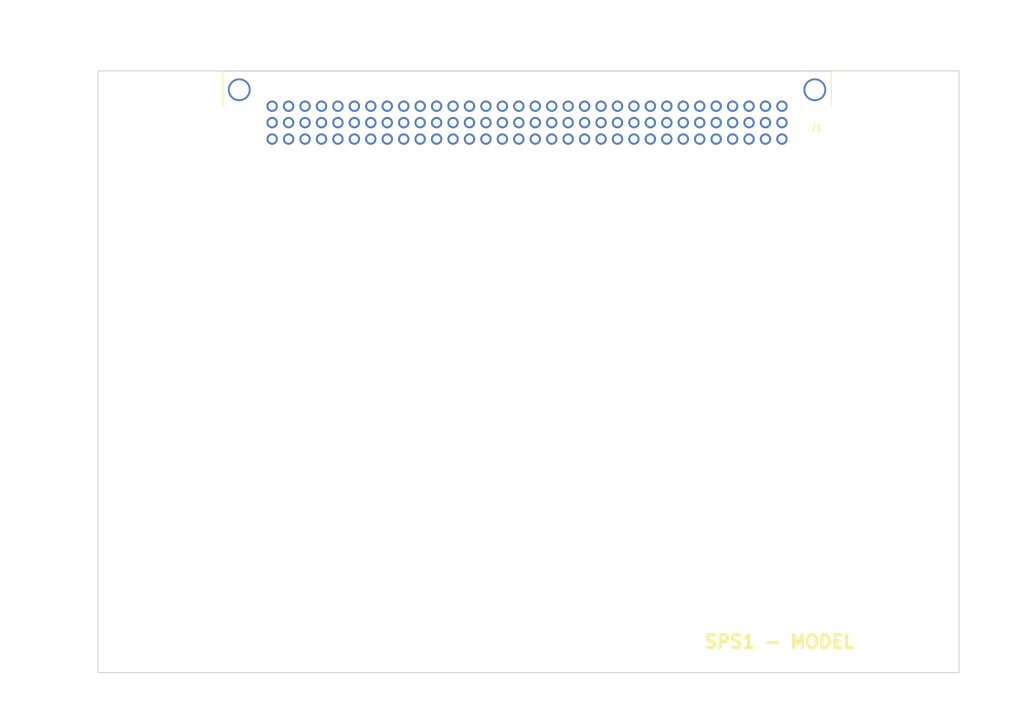
<source format=kicad_pcb>
(kicad_pcb (version 20171130) (host pcbnew "(5.1.4)-1")

  (general
    (thickness 1.6)
    (drawings 18)
    (tracks 0)
    (zones 0)
    (modules 5)
    (nets 96)
  )

  (page A4)
  (title_block
    (title SPS1)
    (date 2020-01-17)
    (rev model)
    (company "Guillaume Guillet")
  )

  (layers
    (0 F.Cu signal)
    (1 In1.Cu power)
    (2 In2.Cu signal)
    (31 B.Cu signal)
    (32 B.Adhes user)
    (33 F.Adhes user)
    (34 B.Paste user)
    (35 F.Paste user)
    (36 B.SilkS user)
    (37 F.SilkS user)
    (38 B.Mask user)
    (39 F.Mask user)
    (40 Dwgs.User user)
    (41 Cmts.User user)
    (42 Eco1.User user)
    (43 Eco2.User user)
    (44 Edge.Cuts user)
    (45 Margin user)
    (46 B.CrtYd user)
    (47 F.CrtYd user)
    (48 B.Fab user)
    (49 F.Fab user)
  )

  (setup
    (last_trace_width 0.18)
    (trace_clearance 0.18)
    (zone_clearance 0.508)
    (zone_45_only no)
    (trace_min 0.18)
    (via_size 0.45)
    (via_drill 0.2)
    (via_min_size 0.45)
    (via_min_drill 0.2)
    (uvia_size 0.45)
    (uvia_drill 0.2)
    (uvias_allowed no)
    (uvia_min_size 0.45)
    (uvia_min_drill 0.2)
    (edge_width 0.15)
    (segment_width 0.2)
    (pcb_text_width 0.3)
    (pcb_text_size 1.5 1.5)
    (mod_edge_width 0.15)
    (mod_text_size 1 1)
    (mod_text_width 0.15)
    (pad_size 1.524 1.524)
    (pad_drill 0.762)
    (pad_to_mask_clearance 0.2)
    (aux_axis_origin 61 31.5)
    (visible_elements 7FFFF7FF)
    (pcbplotparams
      (layerselection 0x010f0_ffffffff)
      (usegerberextensions false)
      (usegerberattributes false)
      (usegerberadvancedattributes false)
      (creategerberjobfile false)
      (excludeedgelayer true)
      (linewidth 0.100000)
      (plotframeref false)
      (viasonmask false)
      (mode 1)
      (useauxorigin true)
      (hpglpennumber 1)
      (hpglpenspeed 20)
      (hpglpendiameter 15.000000)
      (psnegative false)
      (psa4output false)
      (plotreference true)
      (plotvalue true)
      (plotinvisibletext false)
      (padsonsilk false)
      (subtractmaskfromsilk false)
      (outputformat 1)
      (mirror false)
      (drillshape 0)
      (scaleselection 1)
      (outputdirectory "Project_GP8BV4_gerbert/"))
  )

  (net 0 "")
  (net 1 /BJMPSRC_0)
  (net 2 /BJMPSRC_1)
  (net 3 /BJMPSRC_2)
  (net 4 /BJMPSRC_3)
  (net 5 /BJMPSRC_4)
  (net 6 /BJMPSRC_5)
  (net 7 /BJMPSRC_6)
  (net 8 /BJMPSRC_7)
  (net 9 /BJMPSRC_8)
  (net 10 /BJMPSRC_9)
  (net 11 /BJMPSRC_10)
  (net 12 /BJMPSRC_11)
  (net 13 /BJMPSRC_12)
  (net 14 /BJMPSRC_13)
  (net 15 /BJMPSRC_14)
  (net 16 /BJMPSRC_15)
  (net 17 /BJMPSRC_16)
  (net 18 /BJMPSRC_17)
  (net 19 /BJMPSRC_18)
  (net 20 /BJMPSRC_19)
  (net 21 /BJMPSRC_20)
  (net 22 /BJMPSRC_21)
  (net 23 /BJMPSRC_22)
  (net 24 /BJMPSRC_23)
  (net 25 /PROCESSOR_PAUSE)
  (net 26 /SPI_MOSI)
  (net 27 /SPI_MISO)
  (net 28 /SPI_SCLK)
  (net 29 /SPI_CS)
  (net 30 /~SELECTING_RBEXT1)
  (net 31 /~SELECTING_RBEXT2)
  (net 32 +5V)
  (net 33 /BWRITE1_0)
  (net 34 /BWRITE1_1)
  (net 35 /BWRITE1_2)
  (net 36 /BWRITE1_3)
  (net 37 /BWRITE1_4)
  (net 38 /BWRITE1_5)
  (net 39 /BWRITE1_6)
  (net 40 /BWRITE1_7)
  (net 41 /BWRITE2_0)
  (net 42 /BWRITE2_1)
  (net 43 /BWRITE2_2)
  (net 44 /BWRITE2_3)
  (net 45 /BWRITE2_4)
  (net 46 /BWRITE2_5)
  (net 47 /BWRITE2_6)
  (net 48 /BWRITE2_7)
  (net 49 /BREAD1_0)
  (net 50 /BREAD1_1)
  (net 51 /BREAD1_2)
  (net 52 /BREAD1_3)
  (net 53 /BREAD1_4)
  (net 54 /BREAD1_5)
  (net 55 /BREAD1_6)
  (net 56 /BREAD1_7)
  (net 57 /BREAD2_0)
  (net 58 /BREAD2_1)
  (net 59 /BREAD2_2)
  (net 60 /BREAD2_3)
  (net 61 /BREAD2_4)
  (net 62 /BREAD2_5)
  (net 63 /BREAD2_6)
  (net 64 /BREAD2_7)
  (net 65 /NUMBER_0)
  (net 66 /NUMBER_1)
  (net 67 /NUMBER_2)
  (net 68 /NUMBER_3)
  (net 69 /NUMBER_4)
  (net 70 /NUMBER_5)
  (net 71 /NUMBER_6)
  (net 72 /NUMBER_7)
  (net 73 /BDATASRC_0)
  (net 74 /BDATASRC_1)
  (net 75 /BDATASRC_2)
  (net 76 /BDATASRC_3)
  (net 77 /BDATASRC_4)
  (net 78 /BDATASRC_5)
  (net 79 /BDATASRC_6)
  (net 80 /BDATASRC_7)
  (net 81 /ADDSRC_CLK)
  (net 82 /GLOBAL_CLK)
  (net 83 /RESET_CLK)
  (net 84 /JMPSRC_CLK)
  (net 85 /PERIPHERAL_CLK)
  (net 86 /~COUNTER_RESET)
  (net 87 /SYNC_BIT)
  (net 88 /BPCS_0)
  (net 89 /BPCS_1)
  (net 90 /BPCS_2)
  (net 91 /BPCS_3)
  (net 92 /BPCS_4)
  (net 93 /BPCS_5)
  (net 94 +3V3)
  (net 95 GND)

  (net_class Default "Ceci est la Netclass par défaut"
    (clearance 0.18)
    (trace_width 0.18)
    (via_dia 0.45)
    (via_drill 0.2)
    (uvia_dia 0.45)
    (uvia_drill 0.2)
    (add_net +3V3)
    (add_net +5V)
    (add_net /ADDSRC_CLK)
    (add_net /BDATASRC_0)
    (add_net /BDATASRC_1)
    (add_net /BDATASRC_2)
    (add_net /BDATASRC_3)
    (add_net /BDATASRC_4)
    (add_net /BDATASRC_5)
    (add_net /BDATASRC_6)
    (add_net /BDATASRC_7)
    (add_net /BJMPSRC_0)
    (add_net /BJMPSRC_1)
    (add_net /BJMPSRC_10)
    (add_net /BJMPSRC_11)
    (add_net /BJMPSRC_12)
    (add_net /BJMPSRC_13)
    (add_net /BJMPSRC_14)
    (add_net /BJMPSRC_15)
    (add_net /BJMPSRC_16)
    (add_net /BJMPSRC_17)
    (add_net /BJMPSRC_18)
    (add_net /BJMPSRC_19)
    (add_net /BJMPSRC_2)
    (add_net /BJMPSRC_20)
    (add_net /BJMPSRC_21)
    (add_net /BJMPSRC_22)
    (add_net /BJMPSRC_23)
    (add_net /BJMPSRC_3)
    (add_net /BJMPSRC_4)
    (add_net /BJMPSRC_5)
    (add_net /BJMPSRC_6)
    (add_net /BJMPSRC_7)
    (add_net /BJMPSRC_8)
    (add_net /BJMPSRC_9)
    (add_net /BPCS_0)
    (add_net /BPCS_1)
    (add_net /BPCS_2)
    (add_net /BPCS_3)
    (add_net /BPCS_4)
    (add_net /BPCS_5)
    (add_net /BREAD1_0)
    (add_net /BREAD1_1)
    (add_net /BREAD1_2)
    (add_net /BREAD1_3)
    (add_net /BREAD1_4)
    (add_net /BREAD1_5)
    (add_net /BREAD1_6)
    (add_net /BREAD1_7)
    (add_net /BREAD2_0)
    (add_net /BREAD2_1)
    (add_net /BREAD2_2)
    (add_net /BREAD2_3)
    (add_net /BREAD2_4)
    (add_net /BREAD2_5)
    (add_net /BREAD2_6)
    (add_net /BREAD2_7)
    (add_net /BWRITE1_0)
    (add_net /BWRITE1_1)
    (add_net /BWRITE1_2)
    (add_net /BWRITE1_3)
    (add_net /BWRITE1_4)
    (add_net /BWRITE1_5)
    (add_net /BWRITE1_6)
    (add_net /BWRITE1_7)
    (add_net /BWRITE2_0)
    (add_net /BWRITE2_1)
    (add_net /BWRITE2_2)
    (add_net /BWRITE2_3)
    (add_net /BWRITE2_4)
    (add_net /BWRITE2_5)
    (add_net /BWRITE2_6)
    (add_net /BWRITE2_7)
    (add_net /GLOBAL_CLK)
    (add_net /JMPSRC_CLK)
    (add_net /NUMBER_0)
    (add_net /NUMBER_1)
    (add_net /NUMBER_2)
    (add_net /NUMBER_3)
    (add_net /NUMBER_4)
    (add_net /NUMBER_5)
    (add_net /NUMBER_6)
    (add_net /NUMBER_7)
    (add_net /PERIPHERAL_CLK)
    (add_net /PROCESSOR_PAUSE)
    (add_net /RESET_CLK)
    (add_net /SPI_CS)
    (add_net /SPI_MISO)
    (add_net /SPI_MOSI)
    (add_net /SPI_SCLK)
    (add_net /SYNC_BIT)
    (add_net /~COUNTER_RESET)
    (add_net /~SELECTING_RBEXT1)
    (add_net /~SELECTING_RBEXT2)
    (add_net GND)
  )

  (net_class Volt ""
    (clearance 0.2)
    (trace_width 0.25)
    (via_dia 0.55)
    (via_drill 0.3)
    (uvia_dia 0.55)
    (uvia_drill 0.3)
  )

  (module Eurocard_5536475-1:Eurocard_5536475-1 (layer F.Cu) (tedit 5E21EF33) (tstamp 5E224C7F)
    (at 126 39.5)
    (path /5C9A234B)
    (fp_text reference J1 (at 45.98 0.82) (layer F.SilkS)
      (effects (font (size 1 1) (thickness 0.15)))
    )
    (fp_text value TE_Eurocard_96pole (at 36.92 5.57) (layer F.Fab)
      (effects (font (size 1 1) (thickness 0.15)))
    )
    (fp_line (start -38.1 -7.95) (end 40.64 -7.95) (layer F.SilkS) (width 0.15))
    (fp_line (start 40.64 -7.95) (end 45.72 -7.95) (layer F.SilkS) (width 0.15))
    (fp_line (start -43.18 -7.95) (end -38.1 -7.95) (layer F.SilkS) (width 0.15))
    (fp_line (start 48.27 -7.95) (end 48.27 -2.58) (layer F.SilkS) (width 0.15))
    (fp_line (start 45.72 -7.95) (end 48.27 -7.95) (layer F.SilkS) (width 0.15))
    (fp_line (start -45.72 -7.95) (end -43.17 -7.95) (layer F.SilkS) (width 0.15))
    (fp_line (start -45.72 -7.95) (end -45.72 -2.58) (layer F.SilkS) (width 0.15))
    (pad "" np_thru_hole circle (at -43.18 -5.08 90) (size 3.5 3.5) (drill 2.94) (layers *.Cu *.Mask))
    (pad "" np_thru_hole circle (at 45.72 -5.08 90) (size 3.5 3.5) (drill 2.94) (layers *.Cu *.Mask))
    (pad c32 thru_hole circle (at 40.64 2.54 90) (size 1.75 1.75) (drill 1.15) (layers *.Cu *.Mask)
      (net 95 GND))
    (pad c31 thru_hole circle (at 38.1 2.54 90) (size 1.75 1.75) (drill 1.15) (layers *.Cu *.Mask)
      (net 32 +5V))
    (pad c30 thru_hole circle (at 35.56 2.54 90) (size 1.75 1.75) (drill 1.15) (layers *.Cu *.Mask)
      (net 94 +3V3))
    (pad c29 thru_hole circle (at 33.02 2.54 90) (size 1.75 1.75) (drill 1.15) (layers *.Cu *.Mask)
      (net 93 /BPCS_5))
    (pad c28 thru_hole circle (at 30.48 2.54 90) (size 1.75 1.75) (drill 1.15) (layers *.Cu *.Mask)
      (net 92 /BPCS_4))
    (pad c27 thru_hole circle (at 27.94 2.54 90) (size 1.75 1.75) (drill 1.15) (layers *.Cu *.Mask)
      (net 91 /BPCS_3))
    (pad c26 thru_hole circle (at 25.4 2.54 90) (size 1.75 1.75) (drill 1.15) (layers *.Cu *.Mask)
      (net 90 /BPCS_2))
    (pad c25 thru_hole circle (at 22.86 2.54 90) (size 1.75 1.75) (drill 1.15) (layers *.Cu *.Mask)
      (net 89 /BPCS_1))
    (pad c24 thru_hole circle (at 20.32 2.54 90) (size 1.75 1.75) (drill 1.15) (layers *.Cu *.Mask)
      (net 88 /BPCS_0))
    (pad c23 thru_hole circle (at 17.78 2.54 90) (size 1.75 1.75) (drill 1.15) (layers *.Cu *.Mask)
      (net 87 /SYNC_BIT))
    (pad c22 thru_hole circle (at 15.24 2.54 90) (size 1.75 1.75) (drill 1.15) (layers *.Cu *.Mask)
      (net 86 /~COUNTER_RESET))
    (pad c21 thru_hole circle (at 12.7 2.54 90) (size 1.75 1.75) (drill 1.15) (layers *.Cu *.Mask)
      (net 85 /PERIPHERAL_CLK))
    (pad c20 thru_hole circle (at 10.16 2.54 90) (size 1.75 1.75) (drill 1.15) (layers *.Cu *.Mask)
      (net 84 /JMPSRC_CLK))
    (pad c19 thru_hole circle (at 7.62 2.54 90) (size 1.75 1.75) (drill 1.15) (layers *.Cu *.Mask)
      (net 83 /RESET_CLK))
    (pad c18 thru_hole circle (at 5.08 2.54 90) (size 1.75 1.75) (drill 1.15) (layers *.Cu *.Mask)
      (net 82 /GLOBAL_CLK))
    (pad c17 thru_hole circle (at 2.54 2.54 90) (size 1.75 1.75) (drill 1.15) (layers *.Cu *.Mask)
      (net 81 /ADDSRC_CLK))
    (pad c16 thru_hole circle (at 0 2.54 90) (size 1.75 1.75) (drill 1.15) (layers *.Cu *.Mask)
      (net 80 /BDATASRC_7))
    (pad c15 thru_hole circle (at -2.54 2.54 90) (size 1.75 1.75) (drill 1.15) (layers *.Cu *.Mask)
      (net 79 /BDATASRC_6))
    (pad c14 thru_hole circle (at -5.08 2.54 90) (size 1.75 1.75) (drill 1.15) (layers *.Cu *.Mask)
      (net 78 /BDATASRC_5))
    (pad c13 thru_hole circle (at -7.62 2.54 90) (size 1.75 1.75) (drill 1.15) (layers *.Cu *.Mask)
      (net 77 /BDATASRC_4))
    (pad c12 thru_hole circle (at -10.16 2.54 90) (size 1.75 1.75) (drill 1.15) (layers *.Cu *.Mask)
      (net 76 /BDATASRC_3))
    (pad c11 thru_hole circle (at -12.7 2.54 90) (size 1.75 1.75) (drill 1.15) (layers *.Cu *.Mask)
      (net 75 /BDATASRC_2))
    (pad c10 thru_hole circle (at -15.24 2.54 90) (size 1.75 1.75) (drill 1.15) (layers *.Cu *.Mask)
      (net 74 /BDATASRC_1))
    (pad c9 thru_hole circle (at -17.78 2.54 90) (size 1.75 1.75) (drill 1.15) (layers *.Cu *.Mask)
      (net 73 /BDATASRC_0))
    (pad c8 thru_hole circle (at -20.32 2.54 90) (size 1.75 1.75) (drill 1.15) (layers *.Cu *.Mask)
      (net 72 /NUMBER_7))
    (pad c7 thru_hole circle (at -22.86 2.54 90) (size 1.75 1.75) (drill 1.15) (layers *.Cu *.Mask)
      (net 71 /NUMBER_6))
    (pad c6 thru_hole circle (at -25.4 2.54 90) (size 1.75 1.75) (drill 1.15) (layers *.Cu *.Mask)
      (net 70 /NUMBER_5))
    (pad c5 thru_hole circle (at -27.94 2.54 90) (size 1.75 1.75) (drill 1.15) (layers *.Cu *.Mask)
      (net 69 /NUMBER_4))
    (pad c4 thru_hole circle (at -30.48 2.54 90) (size 1.75 1.75) (drill 1.15) (layers *.Cu *.Mask)
      (net 68 /NUMBER_3))
    (pad c3 thru_hole circle (at -33.02 2.54 90) (size 1.75 1.75) (drill 1.15) (layers *.Cu *.Mask)
      (net 67 /NUMBER_2))
    (pad c2 thru_hole circle (at -35.56 2.54 90) (size 1.75 1.75) (drill 1.15) (layers *.Cu *.Mask)
      (net 66 /NUMBER_1))
    (pad c1 thru_hole circle (at -38.1 2.54 90) (size 1.75 1.75) (drill 1.15) (layers *.Cu *.Mask)
      (net 65 /NUMBER_0))
    (pad b32 thru_hole circle (at 40.64 0 90) (size 1.75 1.75) (drill 1.15) (layers *.Cu *.Mask)
      (net 64 /BREAD2_7))
    (pad b31 thru_hole circle (at 38.1 0 90) (size 1.75 1.75) (drill 1.15) (layers *.Cu *.Mask)
      (net 63 /BREAD2_6))
    (pad b30 thru_hole circle (at 35.56 0 90) (size 1.75 1.75) (drill 1.15) (layers *.Cu *.Mask)
      (net 62 /BREAD2_5))
    (pad b29 thru_hole circle (at 33.02 0 90) (size 1.75 1.75) (drill 1.15) (layers *.Cu *.Mask)
      (net 61 /BREAD2_4))
    (pad b28 thru_hole circle (at 30.48 0 90) (size 1.75 1.75) (drill 1.15) (layers *.Cu *.Mask)
      (net 60 /BREAD2_3))
    (pad b27 thru_hole circle (at 27.94 0 90) (size 1.75 1.75) (drill 1.15) (layers *.Cu *.Mask)
      (net 59 /BREAD2_2))
    (pad b26 thru_hole circle (at 25.4 0 90) (size 1.75 1.75) (drill 1.15) (layers *.Cu *.Mask)
      (net 58 /BREAD2_1))
    (pad b25 thru_hole circle (at 22.86 0 90) (size 1.75 1.75) (drill 1.15) (layers *.Cu *.Mask)
      (net 57 /BREAD2_0))
    (pad b24 thru_hole circle (at 20.32 0 90) (size 1.75 1.75) (drill 1.15) (layers *.Cu *.Mask)
      (net 56 /BREAD1_7))
    (pad b23 thru_hole circle (at 17.78 0 90) (size 1.75 1.75) (drill 1.15) (layers *.Cu *.Mask)
      (net 55 /BREAD1_6))
    (pad b22 thru_hole circle (at 15.24 0 90) (size 1.75 1.75) (drill 1.15) (layers *.Cu *.Mask)
      (net 54 /BREAD1_5))
    (pad b21 thru_hole circle (at 12.7 0 90) (size 1.75 1.75) (drill 1.15) (layers *.Cu *.Mask)
      (net 53 /BREAD1_4))
    (pad b20 thru_hole circle (at 10.16 0 90) (size 1.75 1.75) (drill 1.15) (layers *.Cu *.Mask)
      (net 52 /BREAD1_3))
    (pad b19 thru_hole circle (at 7.62 0 90) (size 1.75 1.75) (drill 1.15) (layers *.Cu *.Mask)
      (net 51 /BREAD1_2))
    (pad b18 thru_hole circle (at 5.08 0 90) (size 1.75 1.75) (drill 1.15) (layers *.Cu *.Mask)
      (net 50 /BREAD1_1))
    (pad b17 thru_hole circle (at 2.54 0 90) (size 1.75 1.75) (drill 1.15) (layers *.Cu *.Mask)
      (net 49 /BREAD1_0))
    (pad b16 thru_hole circle (at 0 0 90) (size 1.75 1.75) (drill 1.15) (layers *.Cu *.Mask)
      (net 48 /BWRITE2_7))
    (pad b15 thru_hole circle (at -2.54 0 90) (size 1.75 1.75) (drill 1.15) (layers *.Cu *.Mask)
      (net 47 /BWRITE2_6))
    (pad b14 thru_hole circle (at -5.08 0 90) (size 1.75 1.75) (drill 1.15) (layers *.Cu *.Mask)
      (net 46 /BWRITE2_5))
    (pad b13 thru_hole circle (at -7.62 0 90) (size 1.75 1.75) (drill 1.15) (layers *.Cu *.Mask)
      (net 45 /BWRITE2_4))
    (pad b12 thru_hole circle (at -10.16 0 90) (size 1.75 1.75) (drill 1.15) (layers *.Cu *.Mask)
      (net 44 /BWRITE2_3))
    (pad b11 thru_hole circle (at -12.7 0 90) (size 1.75 1.75) (drill 1.15) (layers *.Cu *.Mask)
      (net 43 /BWRITE2_2))
    (pad b10 thru_hole circle (at -15.24 0 90) (size 1.75 1.75) (drill 1.15) (layers *.Cu *.Mask)
      (net 42 /BWRITE2_1))
    (pad b9 thru_hole circle (at -17.78 0 90) (size 1.75 1.75) (drill 1.15) (layers *.Cu *.Mask)
      (net 41 /BWRITE2_0))
    (pad b8 thru_hole circle (at -20.32 0 90) (size 1.75 1.75) (drill 1.15) (layers *.Cu *.Mask)
      (net 40 /BWRITE1_7))
    (pad b7 thru_hole circle (at -22.86 0 90) (size 1.75 1.75) (drill 1.15) (layers *.Cu *.Mask)
      (net 39 /BWRITE1_6))
    (pad b6 thru_hole circle (at -25.4 0 90) (size 1.75 1.75) (drill 1.15) (layers *.Cu *.Mask)
      (net 38 /BWRITE1_5))
    (pad b5 thru_hole circle (at -27.94 0 90) (size 1.75 1.75) (drill 1.15) (layers *.Cu *.Mask)
      (net 37 /BWRITE1_4))
    (pad b4 thru_hole circle (at -30.48 0 90) (size 1.75 1.75) (drill 1.15) (layers *.Cu *.Mask)
      (net 36 /BWRITE1_3))
    (pad b3 thru_hole circle (at -33.02 0 90) (size 1.75 1.75) (drill 1.15) (layers *.Cu *.Mask)
      (net 35 /BWRITE1_2))
    (pad b2 thru_hole circle (at -35.56 0 90) (size 1.75 1.75) (drill 1.15) (layers *.Cu *.Mask)
      (net 34 /BWRITE1_1))
    (pad b1 thru_hole circle (at -38.1 0 90) (size 1.75 1.75) (drill 1.15) (layers *.Cu *.Mask)
      (net 33 /BWRITE1_0))
    (pad a32 thru_hole circle (at 40.64 -2.54 90) (size 1.75 1.75) (drill 1.15) (layers *.Cu *.Mask)
      (net 32 +5V))
    (pad a31 thru_hole circle (at 38.1 -2.54 90) (size 1.75 1.75) (drill 1.15) (layers *.Cu *.Mask)
      (net 31 /~SELECTING_RBEXT2))
    (pad a30 thru_hole circle (at 35.56 -2.54 90) (size 1.75 1.75) (drill 1.15) (layers *.Cu *.Mask)
      (net 30 /~SELECTING_RBEXT1))
    (pad a29 thru_hole circle (at 33.02 -2.54 90) (size 1.75 1.75) (drill 1.15) (layers *.Cu *.Mask)
      (net 29 /SPI_CS))
    (pad a28 thru_hole circle (at 30.48 -2.54 90) (size 1.75 1.75) (drill 1.15) (layers *.Cu *.Mask)
      (net 28 /SPI_SCLK))
    (pad a27 thru_hole circle (at 27.94 -2.54 90) (size 1.75 1.75) (drill 1.15) (layers *.Cu *.Mask)
      (net 27 /SPI_MISO))
    (pad a26 thru_hole circle (at 25.4 -2.54 90) (size 1.75 1.75) (drill 1.15) (layers *.Cu *.Mask)
      (net 26 /SPI_MOSI))
    (pad a25 thru_hole circle (at 22.86 -2.54 90) (size 1.75 1.75) (drill 1.15) (layers *.Cu *.Mask)
      (net 25 /PROCESSOR_PAUSE))
    (pad a24 thru_hole circle (at 20.32 -2.54 90) (size 1.75 1.75) (drill 1.15) (layers *.Cu *.Mask)
      (net 24 /BJMPSRC_23))
    (pad a23 thru_hole circle (at 17.78 -2.54 90) (size 1.75 1.75) (drill 1.15) (layers *.Cu *.Mask)
      (net 23 /BJMPSRC_22))
    (pad a22 thru_hole circle (at 15.24 -2.54 90) (size 1.75 1.75) (drill 1.15) (layers *.Cu *.Mask)
      (net 22 /BJMPSRC_21))
    (pad a21 thru_hole circle (at 12.7 -2.54 90) (size 1.75 1.75) (drill 1.15) (layers *.Cu *.Mask)
      (net 21 /BJMPSRC_20))
    (pad a20 thru_hole circle (at 10.16 -2.54 90) (size 1.75 1.75) (drill 1.15) (layers *.Cu *.Mask)
      (net 20 /BJMPSRC_19))
    (pad a19 thru_hole circle (at 7.62 -2.54 90) (size 1.75 1.75) (drill 1.15) (layers *.Cu *.Mask)
      (net 19 /BJMPSRC_18))
    (pad a18 thru_hole circle (at 5.08 -2.54 90) (size 1.75 1.75) (drill 1.15) (layers *.Cu *.Mask)
      (net 18 /BJMPSRC_17))
    (pad a17 thru_hole circle (at 2.54 -2.54 90) (size 1.75 1.75) (drill 1.15) (layers *.Cu *.Mask)
      (net 17 /BJMPSRC_16))
    (pad a16 thru_hole circle (at 0 -2.54 90) (size 1.75 1.75) (drill 1.15) (layers *.Cu *.Mask)
      (net 16 /BJMPSRC_15))
    (pad a15 thru_hole circle (at -2.54 -2.54 90) (size 1.75 1.75) (drill 1.15) (layers *.Cu *.Mask)
      (net 15 /BJMPSRC_14))
    (pad a14 thru_hole circle (at -5.08 -2.54 90) (size 1.75 1.75) (drill 1.15) (layers *.Cu *.Mask)
      (net 14 /BJMPSRC_13))
    (pad a13 thru_hole circle (at -7.62 -2.54 90) (size 1.75 1.75) (drill 1.15) (layers *.Cu *.Mask)
      (net 13 /BJMPSRC_12))
    (pad a12 thru_hole circle (at -10.16 -2.54 90) (size 1.75 1.75) (drill 1.15) (layers *.Cu *.Mask)
      (net 12 /BJMPSRC_11))
    (pad a11 thru_hole circle (at -12.7 -2.54 90) (size 1.75 1.75) (drill 1.15) (layers *.Cu *.Mask)
      (net 11 /BJMPSRC_10))
    (pad a10 thru_hole circle (at -15.24 -2.54 90) (size 1.75 1.75) (drill 1.15) (layers *.Cu *.Mask)
      (net 10 /BJMPSRC_9))
    (pad a9 thru_hole circle (at -17.78 -2.54 90) (size 1.75 1.75) (drill 1.15) (layers *.Cu *.Mask)
      (net 9 /BJMPSRC_8))
    (pad a8 thru_hole circle (at -20.32 -2.54 90) (size 1.75 1.75) (drill 1.15) (layers *.Cu *.Mask)
      (net 8 /BJMPSRC_7))
    (pad a7 thru_hole circle (at -22.86 -2.54 90) (size 1.75 1.75) (drill 1.15) (layers *.Cu *.Mask)
      (net 7 /BJMPSRC_6))
    (pad a6 thru_hole circle (at -25.4 -2.54 90) (size 1.75 1.75) (drill 1.15) (layers *.Cu *.Mask)
      (net 6 /BJMPSRC_5))
    (pad a5 thru_hole circle (at -27.94 -2.54 90) (size 1.75 1.75) (drill 1.15) (layers *.Cu *.Mask)
      (net 5 /BJMPSRC_4))
    (pad a4 thru_hole circle (at -30.48 -2.54 90) (size 1.75 1.75) (drill 1.15) (layers *.Cu *.Mask)
      (net 4 /BJMPSRC_3))
    (pad a3 thru_hole circle (at -33.02 -2.54 90) (size 1.75 1.75) (drill 1.15) (layers *.Cu *.Mask)
      (net 3 /BJMPSRC_2))
    (pad a2 thru_hole circle (at -35.56 -2.54 90) (size 1.75 1.75) (drill 1.15) (layers *.Cu *.Mask)
      (net 2 /BJMPSRC_1))
    (pad a1 thru_hole circle (at -38.1 -2.54 90) (size 1.75 1.75) (drill 1.15) (layers *.Cu *.Mask)
      (net 1 /BJMPSRC_0))
    (model ${KIPRJMOD}/libraries/3D/5650473-5.stp
      (offset (xyz 1.25 15.25 4))
      (scale (xyz 1 1 1))
      (rotate (xyz -90 0 180))
    )
  )

  (module hole_3mm:Hole_3mm locked (layer F.Cu) (tedit 5B85B602) (tstamp 5B85B646)
    (at 66 36.5)
    (fp_text reference HOLE1 (at 1.8 3.4) (layer Eco2.User)
      (effects (font (size 1 1) (thickness 0.15)))
    )
    (fp_text value Hole_3mm (at 4 -2.8) (layer F.Fab) hide
      (effects (font (size 1 1) (thickness 0.15)))
    )
    (pad "" np_thru_hole circle (at 0 0) (size 3 3) (drill 3) (layers *.Cu *.Mask))
  )

  (module hole_3mm:Hole_3mm locked (layer F.Cu) (tedit 5B85B618) (tstamp 5B85B648)
    (at 189 36.5)
    (fp_text reference HOLE2 (at 1.8 3.4) (layer Eco2.User)
      (effects (font (size 1 1) (thickness 0.15)))
    )
    (fp_text value Hole_3mm (at 1 -2.8) (layer F.Fab) hide
      (effects (font (size 1 1) (thickness 0.15)))
    )
    (pad "" np_thru_hole circle (at 0 0) (size 3 3) (drill 3) (layers *.Cu *.Mask))
  )

  (module hole_3mm:Hole_3mm locked (layer F.Cu) (tedit 5B85B60F) (tstamp 5B85B649)
    (at 189 119.5)
    (fp_text reference HOLE3 (at -3.5 3) (layer Eco2.User)
      (effects (font (size 1 1) (thickness 0.15)))
    )
    (fp_text value Hole_3mm (at 1 -2.8) (layer F.Fab) hide
      (effects (font (size 1 1) (thickness 0.15)))
    )
    (pad "" np_thru_hole circle (at 0 0) (size 3 3) (drill 3) (layers *.Cu *.Mask))
  )

  (module hole_3mm:Hole_3mm locked (layer F.Cu) (tedit 5B85B607) (tstamp 5B85B64A)
    (at 66 119.5)
    (fp_text reference HOLE4 (at 3 2.5) (layer Eco2.User)
      (effects (font (size 1 1) (thickness 0.15)))
    )
    (fp_text value Hole_3mm (at 2.5 -2.8) (layer F.Fab) hide
      (effects (font (size 1 1) (thickness 0.15)))
    )
    (pad "" np_thru_hole circle (at 0 0) (size 3 3) (drill 3) (layers *.Cu *.Mask))
  )

  (dimension 2.85 (width 0.15) (layer Eco2.User) (tstamp 5E22462A)
    (gr_text "2.850 mm" (at 77.5 32.975 90) (layer Eco2.User) (tstamp 5E22462A)
      (effects (font (size 1 1) (thickness 0.15)))
    )
    (feature1 (pts (xy 82.8 31.55) (xy 78.213579 31.55)))
    (feature2 (pts (xy 82.8 34.4) (xy 78.213579 34.4)))
    (crossbar (pts (xy 78.8 34.4) (xy 78.8 31.55)))
    (arrow1a (pts (xy 78.8 31.55) (xy 79.386421 32.676504)))
    (arrow1b (pts (xy 78.8 31.55) (xy 78.213579 32.676504)))
    (arrow2a (pts (xy 78.8 34.4) (xy 79.386421 33.273496)))
    (arrow2b (pts (xy 78.8 34.4) (xy 78.213579 33.273496)))
  )
  (dimension 21.8 (width 0.15) (layer Eco2.User)
    (gr_text "21.800 mm" (at 71.9 50.1) (layer Eco2.User)
      (effects (font (size 1 1) (thickness 0.15)))
    )
    (feature1 (pts (xy 61 34.4) (xy 61 49.386421)))
    (feature2 (pts (xy 82.8 34.4) (xy 82.8 49.386421)))
    (crossbar (pts (xy 82.8 48.8) (xy 61 48.8)))
    (arrow1a (pts (xy 61 48.8) (xy 62.126504 48.213579)))
    (arrow1b (pts (xy 61 48.8) (xy 62.126504 49.386421)))
    (arrow2a (pts (xy 82.8 48.8) (xy 81.673496 48.213579)))
    (arrow2b (pts (xy 82.8 48.8) (xy 81.673496 49.386421)))
  )
  (dimension 83 (width 0.3) (layer Eco2.User)
    (gr_text "83.000 mm" (at 201.35 78 270) (layer Eco2.User)
      (effects (font (size 1.5 1.5) (thickness 0.3)))
    )
    (feature1 (pts (xy 189 119.5) (xy 202.7 119.5)))
    (feature2 (pts (xy 189 36.5) (xy 202.7 36.5)))
    (crossbar (pts (xy 200 36.5) (xy 200 119.5)))
    (arrow1a (pts (xy 200 119.5) (xy 199.413579 118.373496)))
    (arrow1b (pts (xy 200 119.5) (xy 200.586421 118.373496)))
    (arrow2a (pts (xy 200 36.5) (xy 199.413579 37.626504)))
    (arrow2b (pts (xy 200 36.5) (xy 200.586421 37.626504)))
  )
  (dimension 5 (width 0.3) (layer Eco2.User)
    (gr_text "5.000 mm" (at 72 27) (layer Eco2.User)
      (effects (font (size 1.5 1.5) (thickness 0.3)))
    )
    (feature1 (pts (xy 61 36.5) (xy 61 22.8)))
    (feature2 (pts (xy 66 36.5) (xy 66 22.8)))
    (crossbar (pts (xy 66 25.5) (xy 61 25.5)))
    (arrow1a (pts (xy 61 25.5) (xy 62.126504 24.913579)))
    (arrow1b (pts (xy 61 25.5) (xy 62.126504 26.086421)))
    (arrow2a (pts (xy 66 25.5) (xy 64.873496 24.913579)))
    (arrow2b (pts (xy 66 25.5) (xy 64.873496 26.086421)))
  )
  (dimension 5 (width 0.3) (layer Eco2.User)
    (gr_text "5.000 mm" (at 63.5 134.5) (layer Eco2.User)
      (effects (font (size 1.5 1.5) (thickness 0.3)))
    )
    (feature1 (pts (xy 61 119.5) (xy 61 133.2)))
    (feature2 (pts (xy 66 119.5) (xy 66 133.2)))
    (crossbar (pts (xy 66 130.5) (xy 61 130.5)))
    (arrow1a (pts (xy 61 130.5) (xy 62.126504 129.913579)))
    (arrow1b (pts (xy 61 130.5) (xy 62.126504 131.086421)))
    (arrow2a (pts (xy 66 130.5) (xy 64.873496 129.913579)))
    (arrow2b (pts (xy 66 130.5) (xy 64.873496 131.086421)))
  )
  (dimension 5 (width 0.3) (layer Eco2.User)
    (gr_text "5.000 mm" (at 204 122 270) (layer Eco2.User)
      (effects (font (size 1.5 1.5) (thickness 0.3)))
    )
    (feature1 (pts (xy 189 124.5) (xy 202.7 124.5)))
    (feature2 (pts (xy 189 119.5) (xy 202.7 119.5)))
    (crossbar (pts (xy 200 119.5) (xy 200 124.5)))
    (arrow1a (pts (xy 200 124.5) (xy 199.413579 123.373496)))
    (arrow1b (pts (xy 200 124.5) (xy 200.586421 123.373496)))
    (arrow2a (pts (xy 200 119.5) (xy 199.413579 120.626504)))
    (arrow2b (pts (xy 200 119.5) (xy 200.586421 120.626504)))
  )
  (dimension 5 (width 0.3) (layer Eco2.User)
    (gr_text "5.000 mm" (at 204 32 90) (layer Eco2.User)
      (effects (font (size 1.5 1.5) (thickness 0.3)))
    )
    (feature1 (pts (xy 189 31.5) (xy 202.7 31.5)))
    (feature2 (pts (xy 189 36.5) (xy 202.7 36.5)))
    (crossbar (pts (xy 200 36.5) (xy 200 31.5)))
    (arrow1a (pts (xy 200 31.5) (xy 200.586421 32.626504)))
    (arrow1b (pts (xy 200 31.5) (xy 199.413579 32.626504)))
    (arrow2a (pts (xy 200 36.5) (xy 200.586421 35.373496)))
    (arrow2b (pts (xy 200 36.5) (xy 199.413579 35.373496)))
  )
  (dimension 123 (width 0.3) (layer Eco2.User)
    (gr_text "123.000 mm" (at 127.5 131.85) (layer Eco2.User)
      (effects (font (size 1.5 1.5) (thickness 0.3)))
    )
    (feature1 (pts (xy 66 119.5) (xy 66 133.2)))
    (feature2 (pts (xy 189 119.5) (xy 189 133.2)))
    (crossbar (pts (xy 189 130.5) (xy 66 130.5)))
    (arrow1a (pts (xy 66 130.5) (xy 67.126504 129.913579)))
    (arrow1b (pts (xy 66 130.5) (xy 67.126504 131.086421)))
    (arrow2a (pts (xy 189 130.5) (xy 187.873496 129.913579)))
    (arrow2b (pts (xy 189 130.5) (xy 187.873496 131.086421)))
  )
  (dimension 93 (width 0.3) (layer Eco2.User)
    (gr_text "93.000 mm" (at 52.150001 78 270) (layer Eco2.User)
      (effects (font (size 1.5 1.5) (thickness 0.3)))
    )
    (feature1 (pts (xy 61 124.5) (xy 50.800001 124.5)))
    (feature2 (pts (xy 61 31.5) (xy 50.800001 31.5)))
    (crossbar (pts (xy 53.500001 31.5) (xy 53.500001 124.5)))
    (arrow1a (pts (xy 53.500001 124.5) (xy 52.91358 123.373496)))
    (arrow1b (pts (xy 53.500001 124.5) (xy 54.086422 123.373496)))
    (arrow2a (pts (xy 53.500001 31.5) (xy 52.91358 32.626504)))
    (arrow2b (pts (xy 53.500001 31.5) (xy 54.086422 32.626504)))
  )
  (gr_line (start 61 121) (end 61 124.5) (angle 90) (layer Edge.Cuts) (width 0.15))
  (gr_line (start 194 124.5) (end 61 124.5) (angle 90) (layer Edge.Cuts) (width 0.15))
  (gr_line (start 194 95) (end 194 124.5) (angle 90) (layer Edge.Cuts) (width 0.15))
  (gr_text "SPS1 - MODEL" (at 166.25 119.75) (layer F.SilkS)
    (effects (font (size 2 2) (thickness 0.5)))
  )
  (dimension 133 (width 0.3) (layer Eco2.User)
    (gr_text "133.000 mm" (at 127.5 22.4) (layer Eco2.User)
      (effects (font (size 1.5 1.5) (thickness 0.3)))
    )
    (feature1 (pts (xy 194 31.5) (xy 194 21.05)))
    (feature2 (pts (xy 61 31.5) (xy 61 21.05)))
    (crossbar (pts (xy 61 23.75) (xy 194 23.75)))
    (arrow1a (pts (xy 194 23.75) (xy 192.873496 24.336421)))
    (arrow1b (pts (xy 194 23.75) (xy 192.873496 23.163579)))
    (arrow2a (pts (xy 61 23.75) (xy 62.126504 24.336421)))
    (arrow2b (pts (xy 61 23.75) (xy 62.126504 23.163579)))
  )
  (gr_line (start 194 31.5) (end 61 31.5) (angle 90) (layer Edge.Cuts) (width 0.15))
  (gr_line (start 194 95) (end 194 31.5) (angle 90) (layer Edge.Cuts) (width 0.15))
  (gr_line (start 61 76) (end 61 121) (angle 90) (layer Edge.Cuts) (width 0.15))
  (gr_line (start 61 76) (end 61 31.5) (angle 90) (layer Edge.Cuts) (width 0.15))

)

</source>
